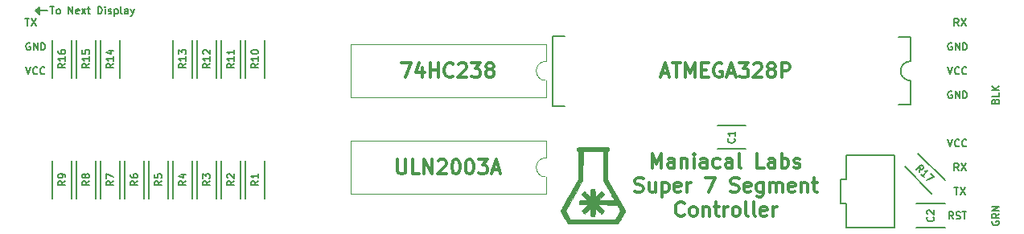
<source format=gbr>
G04 #@! TF.FileFunction,Legend,Top*
%FSLAX46Y46*%
G04 Gerber Fmt 4.6, Leading zero omitted, Abs format (unit mm)*
G04 Created by KiCad (PCBNEW 4.0.4-1.fc25-product) date Wed Feb 22 19:12:29 2017*
%MOMM*%
%LPD*%
G01*
G04 APERTURE LIST*
%ADD10C,0.100000*%
%ADD11C,0.300000*%
%ADD12C,0.200000*%
%ADD13C,0.190500*%
%ADD14C,0.152400*%
%ADD15C,0.150000*%
%ADD16C,0.120000*%
%ADD17C,0.010000*%
G04 APERTURE END LIST*
D10*
D11*
X139935001Y-61210000D02*
X140649287Y-61210000D01*
X139792144Y-61638571D02*
X140292144Y-60138571D01*
X140792144Y-61638571D01*
X141077858Y-60138571D02*
X141935001Y-60138571D01*
X141506430Y-61638571D02*
X141506430Y-60138571D01*
X142435001Y-61638571D02*
X142435001Y-60138571D01*
X142935001Y-61210000D01*
X143435001Y-60138571D01*
X143435001Y-61638571D01*
X144149287Y-60852857D02*
X144649287Y-60852857D01*
X144863573Y-61638571D02*
X144149287Y-61638571D01*
X144149287Y-60138571D01*
X144863573Y-60138571D01*
X146292144Y-60210000D02*
X146149287Y-60138571D01*
X145935001Y-60138571D01*
X145720716Y-60210000D01*
X145577858Y-60352857D01*
X145506430Y-60495714D01*
X145435001Y-60781429D01*
X145435001Y-60995714D01*
X145506430Y-61281429D01*
X145577858Y-61424286D01*
X145720716Y-61567143D01*
X145935001Y-61638571D01*
X146077858Y-61638571D01*
X146292144Y-61567143D01*
X146363573Y-61495714D01*
X146363573Y-60995714D01*
X146077858Y-60995714D01*
X146935001Y-61210000D02*
X147649287Y-61210000D01*
X146792144Y-61638571D02*
X147292144Y-60138571D01*
X147792144Y-61638571D01*
X148149287Y-60138571D02*
X149077858Y-60138571D01*
X148577858Y-60710000D01*
X148792144Y-60710000D01*
X148935001Y-60781429D01*
X149006430Y-60852857D01*
X149077858Y-60995714D01*
X149077858Y-61352857D01*
X149006430Y-61495714D01*
X148935001Y-61567143D01*
X148792144Y-61638571D01*
X148363572Y-61638571D01*
X148220715Y-61567143D01*
X148149287Y-61495714D01*
X149649286Y-60281429D02*
X149720715Y-60210000D01*
X149863572Y-60138571D01*
X150220715Y-60138571D01*
X150363572Y-60210000D01*
X150435001Y-60281429D01*
X150506429Y-60424286D01*
X150506429Y-60567143D01*
X150435001Y-60781429D01*
X149577858Y-61638571D01*
X150506429Y-61638571D01*
X151363572Y-60781429D02*
X151220714Y-60710000D01*
X151149286Y-60638571D01*
X151077857Y-60495714D01*
X151077857Y-60424286D01*
X151149286Y-60281429D01*
X151220714Y-60210000D01*
X151363572Y-60138571D01*
X151649286Y-60138571D01*
X151792143Y-60210000D01*
X151863572Y-60281429D01*
X151935000Y-60424286D01*
X151935000Y-60495714D01*
X151863572Y-60638571D01*
X151792143Y-60710000D01*
X151649286Y-60781429D01*
X151363572Y-60781429D01*
X151220714Y-60852857D01*
X151149286Y-60924286D01*
X151077857Y-61067143D01*
X151077857Y-61352857D01*
X151149286Y-61495714D01*
X151220714Y-61567143D01*
X151363572Y-61638571D01*
X151649286Y-61638571D01*
X151792143Y-61567143D01*
X151863572Y-61495714D01*
X151935000Y-61352857D01*
X151935000Y-61067143D01*
X151863572Y-60924286D01*
X151792143Y-60852857D01*
X151649286Y-60781429D01*
X152577857Y-61638571D02*
X152577857Y-60138571D01*
X153149285Y-60138571D01*
X153292143Y-60210000D01*
X153363571Y-60281429D01*
X153435000Y-60424286D01*
X153435000Y-60638571D01*
X153363571Y-60781429D01*
X153292143Y-60852857D01*
X153149285Y-60924286D01*
X152577857Y-60924286D01*
X112153572Y-70298571D02*
X112153572Y-71512857D01*
X112225000Y-71655714D01*
X112296429Y-71727143D01*
X112439286Y-71798571D01*
X112725000Y-71798571D01*
X112867858Y-71727143D01*
X112939286Y-71655714D01*
X113010715Y-71512857D01*
X113010715Y-70298571D01*
X114439287Y-71798571D02*
X113725001Y-71798571D01*
X113725001Y-70298571D01*
X114939287Y-71798571D02*
X114939287Y-70298571D01*
X115796430Y-71798571D01*
X115796430Y-70298571D01*
X116439287Y-70441429D02*
X116510716Y-70370000D01*
X116653573Y-70298571D01*
X117010716Y-70298571D01*
X117153573Y-70370000D01*
X117225002Y-70441429D01*
X117296430Y-70584286D01*
X117296430Y-70727143D01*
X117225002Y-70941429D01*
X116367859Y-71798571D01*
X117296430Y-71798571D01*
X118225001Y-70298571D02*
X118367858Y-70298571D01*
X118510715Y-70370000D01*
X118582144Y-70441429D01*
X118653573Y-70584286D01*
X118725001Y-70870000D01*
X118725001Y-71227143D01*
X118653573Y-71512857D01*
X118582144Y-71655714D01*
X118510715Y-71727143D01*
X118367858Y-71798571D01*
X118225001Y-71798571D01*
X118082144Y-71727143D01*
X118010715Y-71655714D01*
X117939287Y-71512857D01*
X117867858Y-71227143D01*
X117867858Y-70870000D01*
X117939287Y-70584286D01*
X118010715Y-70441429D01*
X118082144Y-70370000D01*
X118225001Y-70298571D01*
X119653572Y-70298571D02*
X119796429Y-70298571D01*
X119939286Y-70370000D01*
X120010715Y-70441429D01*
X120082144Y-70584286D01*
X120153572Y-70870000D01*
X120153572Y-71227143D01*
X120082144Y-71512857D01*
X120010715Y-71655714D01*
X119939286Y-71727143D01*
X119796429Y-71798571D01*
X119653572Y-71798571D01*
X119510715Y-71727143D01*
X119439286Y-71655714D01*
X119367858Y-71512857D01*
X119296429Y-71227143D01*
X119296429Y-70870000D01*
X119367858Y-70584286D01*
X119439286Y-70441429D01*
X119510715Y-70370000D01*
X119653572Y-70298571D01*
X120653572Y-70298571D02*
X121582143Y-70298571D01*
X121082143Y-70870000D01*
X121296429Y-70870000D01*
X121439286Y-70941429D01*
X121510715Y-71012857D01*
X121582143Y-71155714D01*
X121582143Y-71512857D01*
X121510715Y-71655714D01*
X121439286Y-71727143D01*
X121296429Y-71798571D01*
X120867857Y-71798571D01*
X120725000Y-71727143D01*
X120653572Y-71655714D01*
X122153571Y-71370000D02*
X122867857Y-71370000D01*
X122010714Y-71798571D02*
X122510714Y-70298571D01*
X123010714Y-71798571D01*
X112582144Y-60138571D02*
X113582144Y-60138571D01*
X112939287Y-61638571D01*
X114796429Y-60638571D02*
X114796429Y-61638571D01*
X114439286Y-60067143D02*
X114082143Y-61138571D01*
X115010715Y-61138571D01*
X115582143Y-61638571D02*
X115582143Y-60138571D01*
X115582143Y-60852857D02*
X116439286Y-60852857D01*
X116439286Y-61638571D02*
X116439286Y-60138571D01*
X118010715Y-61495714D02*
X117939286Y-61567143D01*
X117725000Y-61638571D01*
X117582143Y-61638571D01*
X117367858Y-61567143D01*
X117225000Y-61424286D01*
X117153572Y-61281429D01*
X117082143Y-60995714D01*
X117082143Y-60781429D01*
X117153572Y-60495714D01*
X117225000Y-60352857D01*
X117367858Y-60210000D01*
X117582143Y-60138571D01*
X117725000Y-60138571D01*
X117939286Y-60210000D01*
X118010715Y-60281429D01*
X118582143Y-60281429D02*
X118653572Y-60210000D01*
X118796429Y-60138571D01*
X119153572Y-60138571D01*
X119296429Y-60210000D01*
X119367858Y-60281429D01*
X119439286Y-60424286D01*
X119439286Y-60567143D01*
X119367858Y-60781429D01*
X118510715Y-61638571D01*
X119439286Y-61638571D01*
X119939286Y-60138571D02*
X120867857Y-60138571D01*
X120367857Y-60710000D01*
X120582143Y-60710000D01*
X120725000Y-60781429D01*
X120796429Y-60852857D01*
X120867857Y-60995714D01*
X120867857Y-61352857D01*
X120796429Y-61495714D01*
X120725000Y-61567143D01*
X120582143Y-61638571D01*
X120153571Y-61638571D01*
X120010714Y-61567143D01*
X119939286Y-61495714D01*
X121725000Y-60781429D02*
X121582142Y-60710000D01*
X121510714Y-60638571D01*
X121439285Y-60495714D01*
X121439285Y-60424286D01*
X121510714Y-60281429D01*
X121582142Y-60210000D01*
X121725000Y-60138571D01*
X122010714Y-60138571D01*
X122153571Y-60210000D01*
X122225000Y-60281429D01*
X122296428Y-60424286D01*
X122296428Y-60495714D01*
X122225000Y-60638571D01*
X122153571Y-60710000D01*
X122010714Y-60781429D01*
X121725000Y-60781429D01*
X121582142Y-60852857D01*
X121510714Y-60924286D01*
X121439285Y-61067143D01*
X121439285Y-61352857D01*
X121510714Y-61495714D01*
X121582142Y-61567143D01*
X121725000Y-61638571D01*
X122010714Y-61638571D01*
X122153571Y-61567143D01*
X122225000Y-61495714D01*
X122296428Y-61352857D01*
X122296428Y-61067143D01*
X122225000Y-60924286D01*
X122153571Y-60852857D01*
X122010714Y-60781429D01*
D12*
X74295000Y-54483000D02*
X74295000Y-54864000D01*
X74422000Y-54483000D02*
X74295000Y-54483000D01*
X74295000Y-54483000D02*
X74422000Y-54483000D01*
X74422000Y-54991000D02*
X74422000Y-54483000D01*
X74041000Y-54610000D02*
X74422000Y-54991000D01*
X74422000Y-54229000D02*
X74422000Y-54864000D01*
X74041000Y-54610000D02*
X74422000Y-54229000D01*
X75311000Y-54610000D02*
X74041000Y-54610000D01*
D13*
X75565000Y-54192714D02*
X76000429Y-54192714D01*
X75782715Y-54954714D02*
X75782715Y-54192714D01*
X76363286Y-54954714D02*
X76290714Y-54918429D01*
X76254429Y-54882143D01*
X76218143Y-54809571D01*
X76218143Y-54591857D01*
X76254429Y-54519286D01*
X76290714Y-54483000D01*
X76363286Y-54446714D01*
X76472143Y-54446714D01*
X76544714Y-54483000D01*
X76581000Y-54519286D01*
X76617286Y-54591857D01*
X76617286Y-54809571D01*
X76581000Y-54882143D01*
X76544714Y-54918429D01*
X76472143Y-54954714D01*
X76363286Y-54954714D01*
X77524429Y-54954714D02*
X77524429Y-54192714D01*
X77959857Y-54954714D01*
X77959857Y-54192714D01*
X78613000Y-54918429D02*
X78540429Y-54954714D01*
X78395286Y-54954714D01*
X78322715Y-54918429D01*
X78286429Y-54845857D01*
X78286429Y-54555571D01*
X78322715Y-54483000D01*
X78395286Y-54446714D01*
X78540429Y-54446714D01*
X78613000Y-54483000D01*
X78649286Y-54555571D01*
X78649286Y-54628143D01*
X78286429Y-54700714D01*
X78903286Y-54954714D02*
X79302429Y-54446714D01*
X78903286Y-54446714D02*
X79302429Y-54954714D01*
X79483857Y-54446714D02*
X79774143Y-54446714D01*
X79592715Y-54192714D02*
X79592715Y-54845857D01*
X79629000Y-54918429D01*
X79701572Y-54954714D01*
X79774143Y-54954714D01*
X80608715Y-54954714D02*
X80608715Y-54192714D01*
X80790143Y-54192714D01*
X80899000Y-54229000D01*
X80971572Y-54301571D01*
X81007857Y-54374143D01*
X81044143Y-54519286D01*
X81044143Y-54628143D01*
X81007857Y-54773286D01*
X80971572Y-54845857D01*
X80899000Y-54918429D01*
X80790143Y-54954714D01*
X80608715Y-54954714D01*
X81370715Y-54954714D02*
X81370715Y-54446714D01*
X81370715Y-54192714D02*
X81334429Y-54229000D01*
X81370715Y-54265286D01*
X81407000Y-54229000D01*
X81370715Y-54192714D01*
X81370715Y-54265286D01*
X81697286Y-54918429D02*
X81769857Y-54954714D01*
X81915000Y-54954714D01*
X81987572Y-54918429D01*
X82023857Y-54845857D01*
X82023857Y-54809571D01*
X81987572Y-54737000D01*
X81915000Y-54700714D01*
X81806143Y-54700714D01*
X81733572Y-54664429D01*
X81697286Y-54591857D01*
X81697286Y-54555571D01*
X81733572Y-54483000D01*
X81806143Y-54446714D01*
X81915000Y-54446714D01*
X81987572Y-54483000D01*
X82350429Y-54446714D02*
X82350429Y-55208714D01*
X82350429Y-54483000D02*
X82423000Y-54446714D01*
X82568143Y-54446714D01*
X82640714Y-54483000D01*
X82677000Y-54519286D01*
X82713286Y-54591857D01*
X82713286Y-54809571D01*
X82677000Y-54882143D01*
X82640714Y-54918429D01*
X82568143Y-54954714D01*
X82423000Y-54954714D01*
X82350429Y-54918429D01*
X83148715Y-54954714D02*
X83076143Y-54918429D01*
X83039858Y-54845857D01*
X83039858Y-54192714D01*
X83765572Y-54954714D02*
X83765572Y-54555571D01*
X83729286Y-54483000D01*
X83656715Y-54446714D01*
X83511572Y-54446714D01*
X83439001Y-54483000D01*
X83765572Y-54918429D02*
X83693001Y-54954714D01*
X83511572Y-54954714D01*
X83439001Y-54918429D01*
X83402715Y-54845857D01*
X83402715Y-54773286D01*
X83439001Y-54700714D01*
X83511572Y-54664429D01*
X83693001Y-54664429D01*
X83765572Y-54628143D01*
X84055858Y-54446714D02*
X84237287Y-54954714D01*
X84418715Y-54446714D02*
X84237287Y-54954714D01*
X84164715Y-55136143D01*
X84128430Y-55172429D01*
X84055858Y-55208714D01*
D11*
X138935000Y-71153571D02*
X138935000Y-69653571D01*
X139435000Y-70725000D01*
X139935000Y-69653571D01*
X139935000Y-71153571D01*
X141292143Y-71153571D02*
X141292143Y-70367857D01*
X141220714Y-70225000D01*
X141077857Y-70153571D01*
X140792143Y-70153571D01*
X140649286Y-70225000D01*
X141292143Y-71082143D02*
X141149286Y-71153571D01*
X140792143Y-71153571D01*
X140649286Y-71082143D01*
X140577857Y-70939286D01*
X140577857Y-70796429D01*
X140649286Y-70653571D01*
X140792143Y-70582143D01*
X141149286Y-70582143D01*
X141292143Y-70510714D01*
X142006429Y-70153571D02*
X142006429Y-71153571D01*
X142006429Y-70296429D02*
X142077857Y-70225000D01*
X142220715Y-70153571D01*
X142435000Y-70153571D01*
X142577857Y-70225000D01*
X142649286Y-70367857D01*
X142649286Y-71153571D01*
X143363572Y-71153571D02*
X143363572Y-70153571D01*
X143363572Y-69653571D02*
X143292143Y-69725000D01*
X143363572Y-69796429D01*
X143435000Y-69725000D01*
X143363572Y-69653571D01*
X143363572Y-69796429D01*
X144720715Y-71153571D02*
X144720715Y-70367857D01*
X144649286Y-70225000D01*
X144506429Y-70153571D01*
X144220715Y-70153571D01*
X144077858Y-70225000D01*
X144720715Y-71082143D02*
X144577858Y-71153571D01*
X144220715Y-71153571D01*
X144077858Y-71082143D01*
X144006429Y-70939286D01*
X144006429Y-70796429D01*
X144077858Y-70653571D01*
X144220715Y-70582143D01*
X144577858Y-70582143D01*
X144720715Y-70510714D01*
X146077858Y-71082143D02*
X145935001Y-71153571D01*
X145649287Y-71153571D01*
X145506429Y-71082143D01*
X145435001Y-71010714D01*
X145363572Y-70867857D01*
X145363572Y-70439286D01*
X145435001Y-70296429D01*
X145506429Y-70225000D01*
X145649287Y-70153571D01*
X145935001Y-70153571D01*
X146077858Y-70225000D01*
X147363572Y-71153571D02*
X147363572Y-70367857D01*
X147292143Y-70225000D01*
X147149286Y-70153571D01*
X146863572Y-70153571D01*
X146720715Y-70225000D01*
X147363572Y-71082143D02*
X147220715Y-71153571D01*
X146863572Y-71153571D01*
X146720715Y-71082143D01*
X146649286Y-70939286D01*
X146649286Y-70796429D01*
X146720715Y-70653571D01*
X146863572Y-70582143D01*
X147220715Y-70582143D01*
X147363572Y-70510714D01*
X148292144Y-71153571D02*
X148149286Y-71082143D01*
X148077858Y-70939286D01*
X148077858Y-69653571D01*
X150720715Y-71153571D02*
X150006429Y-71153571D01*
X150006429Y-69653571D01*
X151863572Y-71153571D02*
X151863572Y-70367857D01*
X151792143Y-70225000D01*
X151649286Y-70153571D01*
X151363572Y-70153571D01*
X151220715Y-70225000D01*
X151863572Y-71082143D02*
X151720715Y-71153571D01*
X151363572Y-71153571D01*
X151220715Y-71082143D01*
X151149286Y-70939286D01*
X151149286Y-70796429D01*
X151220715Y-70653571D01*
X151363572Y-70582143D01*
X151720715Y-70582143D01*
X151863572Y-70510714D01*
X152577858Y-71153571D02*
X152577858Y-69653571D01*
X152577858Y-70225000D02*
X152720715Y-70153571D01*
X153006429Y-70153571D01*
X153149286Y-70225000D01*
X153220715Y-70296429D01*
X153292144Y-70439286D01*
X153292144Y-70867857D01*
X153220715Y-71010714D01*
X153149286Y-71082143D01*
X153006429Y-71153571D01*
X152720715Y-71153571D01*
X152577858Y-71082143D01*
X153863572Y-71082143D02*
X154006429Y-71153571D01*
X154292144Y-71153571D01*
X154435001Y-71082143D01*
X154506429Y-70939286D01*
X154506429Y-70867857D01*
X154435001Y-70725000D01*
X154292144Y-70653571D01*
X154077858Y-70653571D01*
X153935001Y-70582143D01*
X153863572Y-70439286D01*
X153863572Y-70367857D01*
X153935001Y-70225000D01*
X154077858Y-70153571D01*
X154292144Y-70153571D01*
X154435001Y-70225000D01*
X137149287Y-73632143D02*
X137363573Y-73703571D01*
X137720716Y-73703571D01*
X137863573Y-73632143D01*
X137935002Y-73560714D01*
X138006430Y-73417857D01*
X138006430Y-73275000D01*
X137935002Y-73132143D01*
X137863573Y-73060714D01*
X137720716Y-72989286D01*
X137435002Y-72917857D01*
X137292144Y-72846429D01*
X137220716Y-72775000D01*
X137149287Y-72632143D01*
X137149287Y-72489286D01*
X137220716Y-72346429D01*
X137292144Y-72275000D01*
X137435002Y-72203571D01*
X137792144Y-72203571D01*
X138006430Y-72275000D01*
X139292144Y-72703571D02*
X139292144Y-73703571D01*
X138649287Y-72703571D02*
X138649287Y-73489286D01*
X138720715Y-73632143D01*
X138863573Y-73703571D01*
X139077858Y-73703571D01*
X139220715Y-73632143D01*
X139292144Y-73560714D01*
X140006430Y-72703571D02*
X140006430Y-74203571D01*
X140006430Y-72775000D02*
X140149287Y-72703571D01*
X140435001Y-72703571D01*
X140577858Y-72775000D01*
X140649287Y-72846429D01*
X140720716Y-72989286D01*
X140720716Y-73417857D01*
X140649287Y-73560714D01*
X140577858Y-73632143D01*
X140435001Y-73703571D01*
X140149287Y-73703571D01*
X140006430Y-73632143D01*
X141935001Y-73632143D02*
X141792144Y-73703571D01*
X141506430Y-73703571D01*
X141363573Y-73632143D01*
X141292144Y-73489286D01*
X141292144Y-72917857D01*
X141363573Y-72775000D01*
X141506430Y-72703571D01*
X141792144Y-72703571D01*
X141935001Y-72775000D01*
X142006430Y-72917857D01*
X142006430Y-73060714D01*
X141292144Y-73203571D01*
X142649287Y-73703571D02*
X142649287Y-72703571D01*
X142649287Y-72989286D02*
X142720715Y-72846429D01*
X142792144Y-72775000D01*
X142935001Y-72703571D01*
X143077858Y-72703571D01*
X144577858Y-72203571D02*
X145577858Y-72203571D01*
X144935001Y-73703571D01*
X147220714Y-73632143D02*
X147435000Y-73703571D01*
X147792143Y-73703571D01*
X147935000Y-73632143D01*
X148006429Y-73560714D01*
X148077857Y-73417857D01*
X148077857Y-73275000D01*
X148006429Y-73132143D01*
X147935000Y-73060714D01*
X147792143Y-72989286D01*
X147506429Y-72917857D01*
X147363571Y-72846429D01*
X147292143Y-72775000D01*
X147220714Y-72632143D01*
X147220714Y-72489286D01*
X147292143Y-72346429D01*
X147363571Y-72275000D01*
X147506429Y-72203571D01*
X147863571Y-72203571D01*
X148077857Y-72275000D01*
X149292142Y-73632143D02*
X149149285Y-73703571D01*
X148863571Y-73703571D01*
X148720714Y-73632143D01*
X148649285Y-73489286D01*
X148649285Y-72917857D01*
X148720714Y-72775000D01*
X148863571Y-72703571D01*
X149149285Y-72703571D01*
X149292142Y-72775000D01*
X149363571Y-72917857D01*
X149363571Y-73060714D01*
X148649285Y-73203571D01*
X150649285Y-72703571D02*
X150649285Y-73917857D01*
X150577856Y-74060714D01*
X150506428Y-74132143D01*
X150363571Y-74203571D01*
X150149285Y-74203571D01*
X150006428Y-74132143D01*
X150649285Y-73632143D02*
X150506428Y-73703571D01*
X150220714Y-73703571D01*
X150077856Y-73632143D01*
X150006428Y-73560714D01*
X149934999Y-73417857D01*
X149934999Y-72989286D01*
X150006428Y-72846429D01*
X150077856Y-72775000D01*
X150220714Y-72703571D01*
X150506428Y-72703571D01*
X150649285Y-72775000D01*
X151363571Y-73703571D02*
X151363571Y-72703571D01*
X151363571Y-72846429D02*
X151434999Y-72775000D01*
X151577857Y-72703571D01*
X151792142Y-72703571D01*
X151934999Y-72775000D01*
X152006428Y-72917857D01*
X152006428Y-73703571D01*
X152006428Y-72917857D02*
X152077857Y-72775000D01*
X152220714Y-72703571D01*
X152434999Y-72703571D01*
X152577857Y-72775000D01*
X152649285Y-72917857D01*
X152649285Y-73703571D01*
X153934999Y-73632143D02*
X153792142Y-73703571D01*
X153506428Y-73703571D01*
X153363571Y-73632143D01*
X153292142Y-73489286D01*
X153292142Y-72917857D01*
X153363571Y-72775000D01*
X153506428Y-72703571D01*
X153792142Y-72703571D01*
X153934999Y-72775000D01*
X154006428Y-72917857D01*
X154006428Y-73060714D01*
X153292142Y-73203571D01*
X154649285Y-72703571D02*
X154649285Y-73703571D01*
X154649285Y-72846429D02*
X154720713Y-72775000D01*
X154863571Y-72703571D01*
X155077856Y-72703571D01*
X155220713Y-72775000D01*
X155292142Y-72917857D01*
X155292142Y-73703571D01*
X155792142Y-72703571D02*
X156363571Y-72703571D01*
X156006428Y-72203571D02*
X156006428Y-73489286D01*
X156077856Y-73632143D01*
X156220714Y-73703571D01*
X156363571Y-73703571D01*
X142327858Y-76110714D02*
X142256429Y-76182143D01*
X142042143Y-76253571D01*
X141899286Y-76253571D01*
X141685001Y-76182143D01*
X141542143Y-76039286D01*
X141470715Y-75896429D01*
X141399286Y-75610714D01*
X141399286Y-75396429D01*
X141470715Y-75110714D01*
X141542143Y-74967857D01*
X141685001Y-74825000D01*
X141899286Y-74753571D01*
X142042143Y-74753571D01*
X142256429Y-74825000D01*
X142327858Y-74896429D01*
X143185001Y-76253571D02*
X143042143Y-76182143D01*
X142970715Y-76110714D01*
X142899286Y-75967857D01*
X142899286Y-75539286D01*
X142970715Y-75396429D01*
X143042143Y-75325000D01*
X143185001Y-75253571D01*
X143399286Y-75253571D01*
X143542143Y-75325000D01*
X143613572Y-75396429D01*
X143685001Y-75539286D01*
X143685001Y-75967857D01*
X143613572Y-76110714D01*
X143542143Y-76182143D01*
X143399286Y-76253571D01*
X143185001Y-76253571D01*
X144327858Y-75253571D02*
X144327858Y-76253571D01*
X144327858Y-75396429D02*
X144399286Y-75325000D01*
X144542144Y-75253571D01*
X144756429Y-75253571D01*
X144899286Y-75325000D01*
X144970715Y-75467857D01*
X144970715Y-76253571D01*
X145470715Y-75253571D02*
X146042144Y-75253571D01*
X145685001Y-74753571D02*
X145685001Y-76039286D01*
X145756429Y-76182143D01*
X145899287Y-76253571D01*
X146042144Y-76253571D01*
X146542144Y-76253571D02*
X146542144Y-75253571D01*
X146542144Y-75539286D02*
X146613572Y-75396429D01*
X146685001Y-75325000D01*
X146827858Y-75253571D01*
X146970715Y-75253571D01*
X147685001Y-76253571D02*
X147542143Y-76182143D01*
X147470715Y-76110714D01*
X147399286Y-75967857D01*
X147399286Y-75539286D01*
X147470715Y-75396429D01*
X147542143Y-75325000D01*
X147685001Y-75253571D01*
X147899286Y-75253571D01*
X148042143Y-75325000D01*
X148113572Y-75396429D01*
X148185001Y-75539286D01*
X148185001Y-75967857D01*
X148113572Y-76110714D01*
X148042143Y-76182143D01*
X147899286Y-76253571D01*
X147685001Y-76253571D01*
X149042144Y-76253571D02*
X148899286Y-76182143D01*
X148827858Y-76039286D01*
X148827858Y-74753571D01*
X149827858Y-76253571D02*
X149685000Y-76182143D01*
X149613572Y-76039286D01*
X149613572Y-74753571D01*
X150970714Y-76182143D02*
X150827857Y-76253571D01*
X150542143Y-76253571D01*
X150399286Y-76182143D01*
X150327857Y-76039286D01*
X150327857Y-75467857D01*
X150399286Y-75325000D01*
X150542143Y-75253571D01*
X150827857Y-75253571D01*
X150970714Y-75325000D01*
X151042143Y-75467857D01*
X151042143Y-75610714D01*
X150327857Y-75753571D01*
X151685000Y-76253571D02*
X151685000Y-75253571D01*
X151685000Y-75539286D02*
X151756428Y-75396429D01*
X151827857Y-75325000D01*
X151970714Y-75253571D01*
X152113571Y-75253571D01*
D14*
X73025000Y-60542714D02*
X73279000Y-61304714D01*
X73533000Y-60542714D01*
X74222429Y-61232143D02*
X74186143Y-61268429D01*
X74077286Y-61304714D01*
X74004715Y-61304714D01*
X73895858Y-61268429D01*
X73823286Y-61195857D01*
X73787001Y-61123286D01*
X73750715Y-60978143D01*
X73750715Y-60869286D01*
X73787001Y-60724143D01*
X73823286Y-60651571D01*
X73895858Y-60579000D01*
X74004715Y-60542714D01*
X74077286Y-60542714D01*
X74186143Y-60579000D01*
X74222429Y-60615286D01*
X74984429Y-61232143D02*
X74948143Y-61268429D01*
X74839286Y-61304714D01*
X74766715Y-61304714D01*
X74657858Y-61268429D01*
X74585286Y-61195857D01*
X74549001Y-61123286D01*
X74512715Y-60978143D01*
X74512715Y-60869286D01*
X74549001Y-60724143D01*
X74585286Y-60651571D01*
X74657858Y-60579000D01*
X74766715Y-60542714D01*
X74839286Y-60542714D01*
X74948143Y-60579000D01*
X74984429Y-60615286D01*
X170053000Y-60542714D02*
X170307000Y-61304714D01*
X170561000Y-60542714D01*
X171250429Y-61232143D02*
X171214143Y-61268429D01*
X171105286Y-61304714D01*
X171032715Y-61304714D01*
X170923858Y-61268429D01*
X170851286Y-61195857D01*
X170815001Y-61123286D01*
X170778715Y-60978143D01*
X170778715Y-60869286D01*
X170815001Y-60724143D01*
X170851286Y-60651571D01*
X170923858Y-60579000D01*
X171032715Y-60542714D01*
X171105286Y-60542714D01*
X171214143Y-60579000D01*
X171250429Y-60615286D01*
X172012429Y-61232143D02*
X171976143Y-61268429D01*
X171867286Y-61304714D01*
X171794715Y-61304714D01*
X171685858Y-61268429D01*
X171613286Y-61195857D01*
X171577001Y-61123286D01*
X171540715Y-60978143D01*
X171540715Y-60869286D01*
X171577001Y-60724143D01*
X171613286Y-60651571D01*
X171685858Y-60579000D01*
X171794715Y-60542714D01*
X171867286Y-60542714D01*
X171976143Y-60579000D01*
X172012429Y-60615286D01*
X73460428Y-58039000D02*
X73387857Y-58002714D01*
X73279000Y-58002714D01*
X73170143Y-58039000D01*
X73097571Y-58111571D01*
X73061286Y-58184143D01*
X73025000Y-58329286D01*
X73025000Y-58438143D01*
X73061286Y-58583286D01*
X73097571Y-58655857D01*
X73170143Y-58728429D01*
X73279000Y-58764714D01*
X73351571Y-58764714D01*
X73460428Y-58728429D01*
X73496714Y-58692143D01*
X73496714Y-58438143D01*
X73351571Y-58438143D01*
X73823286Y-58764714D02*
X73823286Y-58002714D01*
X74258714Y-58764714D01*
X74258714Y-58002714D01*
X74621572Y-58764714D02*
X74621572Y-58002714D01*
X74803000Y-58002714D01*
X74911857Y-58039000D01*
X74984429Y-58111571D01*
X75020714Y-58184143D01*
X75057000Y-58329286D01*
X75057000Y-58438143D01*
X75020714Y-58583286D01*
X74984429Y-58655857D01*
X74911857Y-58728429D01*
X74803000Y-58764714D01*
X74621572Y-58764714D01*
X72952429Y-55462714D02*
X73387858Y-55462714D01*
X73170144Y-56224714D02*
X73170144Y-55462714D01*
X73569286Y-55462714D02*
X74077286Y-56224714D01*
X74077286Y-55462714D02*
X73569286Y-56224714D01*
X174752000Y-76780572D02*
X174715714Y-76853143D01*
X174715714Y-76962000D01*
X174752000Y-77070857D01*
X174824571Y-77143429D01*
X174897143Y-77179714D01*
X175042286Y-77216000D01*
X175151143Y-77216000D01*
X175296286Y-77179714D01*
X175368857Y-77143429D01*
X175441429Y-77070857D01*
X175477714Y-76962000D01*
X175477714Y-76889429D01*
X175441429Y-76780572D01*
X175405143Y-76744286D01*
X175151143Y-76744286D01*
X175151143Y-76889429D01*
X175477714Y-75982286D02*
X175114857Y-76236286D01*
X175477714Y-76417714D02*
X174715714Y-76417714D01*
X174715714Y-76127429D01*
X174752000Y-76054857D01*
X174788286Y-76018572D01*
X174860857Y-75982286D01*
X174969714Y-75982286D01*
X175042286Y-76018572D01*
X175078571Y-76054857D01*
X175114857Y-76127429D01*
X175114857Y-76417714D01*
X175477714Y-75655714D02*
X174715714Y-75655714D01*
X175477714Y-75220286D01*
X174715714Y-75220286D01*
X175078571Y-64134999D02*
X175114857Y-64026142D01*
X175151143Y-63989857D01*
X175223714Y-63953571D01*
X175332571Y-63953571D01*
X175405143Y-63989857D01*
X175441429Y-64026142D01*
X175477714Y-64098714D01*
X175477714Y-64388999D01*
X174715714Y-64388999D01*
X174715714Y-64134999D01*
X174752000Y-64062428D01*
X174788286Y-64026142D01*
X174860857Y-63989857D01*
X174933429Y-63989857D01*
X175006000Y-64026142D01*
X175042286Y-64062428D01*
X175078571Y-64134999D01*
X175078571Y-64388999D01*
X175477714Y-63264142D02*
X175477714Y-63626999D01*
X174715714Y-63626999D01*
X175477714Y-63010142D02*
X174715714Y-63010142D01*
X175477714Y-62574714D02*
X175042286Y-62901285D01*
X174715714Y-62574714D02*
X175151143Y-63010142D01*
X171196000Y-56224714D02*
X170942000Y-55861857D01*
X170760572Y-56224714D02*
X170760572Y-55462714D01*
X171050857Y-55462714D01*
X171123429Y-55499000D01*
X171159714Y-55535286D01*
X171196000Y-55607857D01*
X171196000Y-55716714D01*
X171159714Y-55789286D01*
X171123429Y-55825571D01*
X171050857Y-55861857D01*
X170760572Y-55861857D01*
X171450000Y-55462714D02*
X171958000Y-56224714D01*
X171958000Y-55462714D02*
X171450000Y-56224714D01*
X170488428Y-58039000D02*
X170415857Y-58002714D01*
X170307000Y-58002714D01*
X170198143Y-58039000D01*
X170125571Y-58111571D01*
X170089286Y-58184143D01*
X170053000Y-58329286D01*
X170053000Y-58438143D01*
X170089286Y-58583286D01*
X170125571Y-58655857D01*
X170198143Y-58728429D01*
X170307000Y-58764714D01*
X170379571Y-58764714D01*
X170488428Y-58728429D01*
X170524714Y-58692143D01*
X170524714Y-58438143D01*
X170379571Y-58438143D01*
X170851286Y-58764714D02*
X170851286Y-58002714D01*
X171286714Y-58764714D01*
X171286714Y-58002714D01*
X171649572Y-58764714D02*
X171649572Y-58002714D01*
X171831000Y-58002714D01*
X171939857Y-58039000D01*
X172012429Y-58111571D01*
X172048714Y-58184143D01*
X172085000Y-58329286D01*
X172085000Y-58438143D01*
X172048714Y-58583286D01*
X172012429Y-58655857D01*
X171939857Y-58728429D01*
X171831000Y-58764714D01*
X171649572Y-58764714D01*
X170488428Y-63119000D02*
X170415857Y-63082714D01*
X170307000Y-63082714D01*
X170198143Y-63119000D01*
X170125571Y-63191571D01*
X170089286Y-63264143D01*
X170053000Y-63409286D01*
X170053000Y-63518143D01*
X170089286Y-63663286D01*
X170125571Y-63735857D01*
X170198143Y-63808429D01*
X170307000Y-63844714D01*
X170379571Y-63844714D01*
X170488428Y-63808429D01*
X170524714Y-63772143D01*
X170524714Y-63518143D01*
X170379571Y-63518143D01*
X170851286Y-63844714D02*
X170851286Y-63082714D01*
X171286714Y-63844714D01*
X171286714Y-63082714D01*
X171649572Y-63844714D02*
X171649572Y-63082714D01*
X171831000Y-63082714D01*
X171939857Y-63119000D01*
X172012429Y-63191571D01*
X172048714Y-63264143D01*
X172085000Y-63409286D01*
X172085000Y-63518143D01*
X172048714Y-63663286D01*
X172012429Y-63735857D01*
X171939857Y-63808429D01*
X171831000Y-63844714D01*
X171649572Y-63844714D01*
X170053000Y-68162714D02*
X170307000Y-68924714D01*
X170561000Y-68162714D01*
X171250429Y-68852143D02*
X171214143Y-68888429D01*
X171105286Y-68924714D01*
X171032715Y-68924714D01*
X170923858Y-68888429D01*
X170851286Y-68815857D01*
X170815001Y-68743286D01*
X170778715Y-68598143D01*
X170778715Y-68489286D01*
X170815001Y-68344143D01*
X170851286Y-68271571D01*
X170923858Y-68199000D01*
X171032715Y-68162714D01*
X171105286Y-68162714D01*
X171214143Y-68199000D01*
X171250429Y-68235286D01*
X172012429Y-68852143D02*
X171976143Y-68888429D01*
X171867286Y-68924714D01*
X171794715Y-68924714D01*
X171685858Y-68888429D01*
X171613286Y-68815857D01*
X171577001Y-68743286D01*
X171540715Y-68598143D01*
X171540715Y-68489286D01*
X171577001Y-68344143D01*
X171613286Y-68271571D01*
X171685858Y-68199000D01*
X171794715Y-68162714D01*
X171867286Y-68162714D01*
X171976143Y-68199000D01*
X172012429Y-68235286D01*
X171196000Y-71464714D02*
X170942000Y-71101857D01*
X170760572Y-71464714D02*
X170760572Y-70702714D01*
X171050857Y-70702714D01*
X171123429Y-70739000D01*
X171159714Y-70775286D01*
X171196000Y-70847857D01*
X171196000Y-70956714D01*
X171159714Y-71029286D01*
X171123429Y-71065571D01*
X171050857Y-71101857D01*
X170760572Y-71101857D01*
X171450000Y-70702714D02*
X171958000Y-71464714D01*
X171958000Y-70702714D02*
X171450000Y-71464714D01*
X170742429Y-73242714D02*
X171177858Y-73242714D01*
X170960144Y-74004714D02*
X170960144Y-73242714D01*
X171359286Y-73242714D02*
X171867286Y-74004714D01*
X171867286Y-73242714D02*
X171359286Y-74004714D01*
X170651715Y-76544714D02*
X170397715Y-76181857D01*
X170216287Y-76544714D02*
X170216287Y-75782714D01*
X170506572Y-75782714D01*
X170579144Y-75819000D01*
X170615429Y-75855286D01*
X170651715Y-75927857D01*
X170651715Y-76036714D01*
X170615429Y-76109286D01*
X170579144Y-76145571D01*
X170506572Y-76181857D01*
X170216287Y-76181857D01*
X170942001Y-76508429D02*
X171050858Y-76544714D01*
X171232287Y-76544714D01*
X171304858Y-76508429D01*
X171341144Y-76472143D01*
X171377429Y-76399571D01*
X171377429Y-76327000D01*
X171341144Y-76254429D01*
X171304858Y-76218143D01*
X171232287Y-76181857D01*
X171087144Y-76145571D01*
X171014572Y-76109286D01*
X170978287Y-76073000D01*
X170942001Y-76000429D01*
X170942001Y-75927857D01*
X170978287Y-75855286D01*
X171014572Y-75819000D01*
X171087144Y-75782714D01*
X171268572Y-75782714D01*
X171377429Y-75819000D01*
X171595143Y-75782714D02*
X172030572Y-75782714D01*
X171812858Y-76544714D02*
X171812858Y-75782714D01*
D15*
X145800000Y-66695000D02*
X148800000Y-66695000D01*
X148800000Y-69195000D02*
X145800000Y-69195000D01*
X166116000Y-64516000D02*
X164846000Y-64516000D01*
X166116000Y-57404000D02*
X164846000Y-57404000D01*
X166116000Y-61976000D02*
X166116000Y-64516000D01*
X166116000Y-59944000D02*
X166116000Y-57404000D01*
X165100000Y-60960000D02*
G75*
G03X166116000Y-61976000I1016000J0D01*
G01*
X166116000Y-59944000D02*
G75*
G03X165100000Y-60960000I0J-1016000D01*
G01*
X128515000Y-64635000D02*
X129785000Y-64635000D01*
X128515000Y-57285000D02*
X129785000Y-57285000D01*
X128515000Y-57285000D02*
X128515000Y-64635000D01*
X166755000Y-74950000D02*
X169755000Y-74950000D01*
X169755000Y-77450000D02*
X166755000Y-77450000D01*
X159385000Y-72390000D02*
X158750000Y-72390000D01*
X158750000Y-72390000D02*
X158750000Y-74930000D01*
X158750000Y-74930000D02*
X159385000Y-74930000D01*
X159385000Y-74930000D02*
X159385000Y-77470000D01*
X164465000Y-72390000D02*
X164465000Y-69850000D01*
X164465000Y-69850000D02*
X161925000Y-69850000D01*
X164465000Y-77470000D02*
X164465000Y-72390000D01*
X164465000Y-77470000D02*
X159385000Y-77470000D01*
X159385000Y-69850000D02*
X161925000Y-69850000D01*
X159385000Y-72390000D02*
X159385000Y-69850000D01*
X98155000Y-74390000D02*
X98155000Y-70390000D01*
X96155000Y-74390000D02*
X96155000Y-70390000D01*
X95615000Y-74390000D02*
X95615000Y-70390000D01*
X93615000Y-74390000D02*
X93615000Y-70390000D01*
X93075000Y-74390000D02*
X93075000Y-70390000D01*
X91075000Y-74390000D02*
X91075000Y-70390000D01*
X90535000Y-74390000D02*
X90535000Y-70390000D01*
X88535000Y-74390000D02*
X88535000Y-70390000D01*
X87995000Y-74390000D02*
X87995000Y-70390000D01*
X85995000Y-74390000D02*
X85995000Y-70390000D01*
X85455000Y-74390000D02*
X85455000Y-70390000D01*
X83455000Y-74390000D02*
X83455000Y-70390000D01*
X82915000Y-74390000D02*
X82915000Y-70390000D01*
X80915000Y-74390000D02*
X80915000Y-70390000D01*
X80375000Y-74390000D02*
X80375000Y-70390000D01*
X78375000Y-74390000D02*
X78375000Y-70390000D01*
X77835000Y-74390000D02*
X77835000Y-70390000D01*
X75835000Y-74390000D02*
X75835000Y-70390000D01*
X96155000Y-57690000D02*
X96155000Y-61690000D01*
X98155000Y-57690000D02*
X98155000Y-61690000D01*
X93615000Y-57690000D02*
X93615000Y-61690000D01*
X95615000Y-57690000D02*
X95615000Y-61690000D01*
X91075000Y-57690000D02*
X91075000Y-61690000D01*
X93075000Y-57690000D02*
X93075000Y-61690000D01*
X88535000Y-57690000D02*
X88535000Y-61690000D01*
X90535000Y-57690000D02*
X90535000Y-61690000D01*
X80915000Y-57690000D02*
X80915000Y-61690000D01*
X82915000Y-57690000D02*
X82915000Y-61690000D01*
X78375000Y-57690000D02*
X78375000Y-61690000D01*
X80375000Y-57690000D02*
X80375000Y-61690000D01*
X75835000Y-57690000D02*
X75835000Y-61690000D01*
X77835000Y-57690000D02*
X77835000Y-61690000D01*
X165518680Y-71047893D02*
X168347107Y-73876320D01*
X166932893Y-69633680D02*
X169761320Y-72462107D01*
D16*
X127755000Y-61960000D02*
G75*
G02X127755000Y-59960000I0J1000000D01*
G01*
X127755000Y-59960000D02*
X127755000Y-58190000D01*
X127755000Y-58190000D02*
X107195000Y-58190000D01*
X107195000Y-58190000D02*
X107195000Y-63730000D01*
X107195000Y-63730000D02*
X127755000Y-63730000D01*
X127755000Y-63730000D02*
X127755000Y-61960000D01*
X127755000Y-72120000D02*
G75*
G02X127755000Y-70120000I0J1000000D01*
G01*
X127755000Y-70120000D02*
X127755000Y-68350000D01*
X127755000Y-68350000D02*
X107195000Y-68350000D01*
X107195000Y-68350000D02*
X107195000Y-73890000D01*
X107195000Y-73890000D02*
X127755000Y-73890000D01*
X127755000Y-73890000D02*
X127755000Y-72120000D01*
D17*
G36*
X132995132Y-68960141D02*
X133184330Y-68960704D01*
X133366803Y-68961553D01*
X133539802Y-68962693D01*
X133700580Y-68964121D01*
X133846388Y-68965837D01*
X133974478Y-68967843D01*
X134082101Y-68970137D01*
X134166511Y-68972719D01*
X134224958Y-68975591D01*
X134254694Y-68978751D01*
X134256045Y-68979101D01*
X134329650Y-69014801D01*
X134383272Y-69067954D01*
X134416256Y-69132582D01*
X134427948Y-69202706D01*
X134417692Y-69272346D01*
X134384833Y-69335525D01*
X134328717Y-69386264D01*
X134302218Y-69400553D01*
X134239819Y-69429312D01*
X134239409Y-70911141D01*
X134239000Y-72392969D01*
X134666194Y-73133641D01*
X134756737Y-73290615D01*
X134859897Y-73469444D01*
X134972416Y-73664483D01*
X135091038Y-73870090D01*
X135212507Y-74080620D01*
X135333568Y-74290429D01*
X135450963Y-74493874D01*
X135561437Y-74685312D01*
X135610756Y-74770770D01*
X135699967Y-74925722D01*
X135784309Y-75072946D01*
X135862458Y-75210082D01*
X135933089Y-75334771D01*
X135994877Y-75444652D01*
X136046497Y-75537365D01*
X136086624Y-75610552D01*
X136113934Y-75661852D01*
X136127102Y-75688905D01*
X136128125Y-75692254D01*
X136120259Y-75712854D01*
X136097954Y-75757330D01*
X136063145Y-75822359D01*
X136017767Y-75904615D01*
X135963756Y-76000774D01*
X135903047Y-76107511D01*
X135837577Y-76221503D01*
X135769279Y-76339423D01*
X135700091Y-76457948D01*
X135631948Y-76573754D01*
X135566784Y-76683515D01*
X135506537Y-76783906D01*
X135453141Y-76871605D01*
X135408532Y-76943285D01*
X135374645Y-76995622D01*
X135353416Y-77025292D01*
X135349599Y-77029468D01*
X135302124Y-77073125D01*
X130127875Y-77073125D01*
X130080400Y-77029468D01*
X130063606Y-77007746D01*
X130033539Y-76962288D01*
X129992134Y-76896420D01*
X129941325Y-76813466D01*
X129883050Y-76716753D01*
X129819242Y-76609605D01*
X129751838Y-76495346D01*
X129682772Y-76377303D01*
X129613981Y-76258800D01*
X129547400Y-76143163D01*
X129484963Y-76033717D01*
X129428608Y-75933786D01*
X129380267Y-75846695D01*
X129341879Y-75775771D01*
X129315377Y-75724338D01*
X129302697Y-75695720D01*
X129301874Y-75691933D01*
X129308139Y-75676738D01*
X129806817Y-75676738D01*
X130081508Y-76152681D01*
X130356198Y-76628625D01*
X135073654Y-76628625D01*
X135348694Y-76151873D01*
X135623735Y-75675121D01*
X135515627Y-75489091D01*
X135467108Y-75405084D01*
X135416391Y-75316405D01*
X135369699Y-75233982D01*
X135335228Y-75172315D01*
X135262937Y-75041567D01*
X133247125Y-75041125D01*
X133542748Y-75338781D01*
X133622725Y-75419852D01*
X133695741Y-75494905D01*
X133758638Y-75560609D01*
X133808257Y-75613634D01*
X133841440Y-75650650D01*
X133854732Y-75667697D01*
X133862043Y-75705230D01*
X133849704Y-75740316D01*
X133824692Y-75776070D01*
X133784306Y-75820828D01*
X133735048Y-75868770D01*
X133683420Y-75914074D01*
X133635926Y-75950919D01*
X133599067Y-75973484D01*
X133584480Y-75977750D01*
X133562132Y-75967200D01*
X133520787Y-75935232D01*
X133459908Y-75881363D01*
X133378960Y-75805114D01*
X133277408Y-75706002D01*
X133235810Y-75664741D01*
X132921375Y-75351732D01*
X132921375Y-75786522D01*
X132921186Y-75917308D01*
X132920480Y-76020011D01*
X132919051Y-76098296D01*
X132916691Y-76155830D01*
X132913191Y-76196276D01*
X132908345Y-76223301D01*
X132901944Y-76240570D01*
X132895102Y-76250343D01*
X132878266Y-76263829D01*
X132852807Y-76272459D01*
X132812181Y-76277237D01*
X132749844Y-76279165D01*
X132705754Y-76279375D01*
X132632007Y-76278988D01*
X132583052Y-76276820D01*
X132551932Y-76271360D01*
X132531690Y-76261094D01*
X132515370Y-76244512D01*
X132509053Y-76236627D01*
X132498921Y-76222620D01*
X132491117Y-76206895D01*
X132485392Y-76185501D01*
X132481497Y-76154484D01*
X132479185Y-76109892D01*
X132478207Y-76047771D01*
X132478314Y-75964170D01*
X132479259Y-75855136D01*
X132480120Y-75776238D01*
X132481336Y-75664830D01*
X132482363Y-75564621D01*
X132483164Y-75479754D01*
X132483700Y-75414372D01*
X132483937Y-75372619D01*
X132483846Y-75358611D01*
X132472874Y-75369389D01*
X132442423Y-75399776D01*
X132395394Y-75446863D01*
X132334693Y-75507739D01*
X132263221Y-75579496D01*
X132183882Y-75659225D01*
X132182221Y-75660894D01*
X132100795Y-75741741D01*
X132024946Y-75815133D01*
X131958010Y-75877994D01*
X131903322Y-75927247D01*
X131864218Y-75959816D01*
X131844337Y-75972556D01*
X131823907Y-75973152D01*
X131799469Y-75962567D01*
X131766225Y-75937398D01*
X131719375Y-75894244D01*
X131681618Y-75857190D01*
X131619367Y-75792657D01*
X131579516Y-75744575D01*
X131559581Y-75709681D01*
X131556125Y-75692521D01*
X131561451Y-75674558D01*
X131578771Y-75647344D01*
X131610090Y-75608608D01*
X131657416Y-75556079D01*
X131722757Y-75487484D01*
X131808120Y-75400551D01*
X131861566Y-75346867D01*
X132167007Y-75041125D01*
X131739557Y-75041125D01*
X131600238Y-75041235D01*
X131489412Y-75040593D01*
X131403828Y-75037739D01*
X131340238Y-75031213D01*
X131295392Y-75019556D01*
X131266040Y-75001308D01*
X131248932Y-74975009D01*
X131240820Y-74939200D01*
X131238454Y-74892420D01*
X131238583Y-74833211D01*
X131238625Y-74816107D01*
X131238249Y-74754737D01*
X131239298Y-74705980D01*
X131245033Y-74668390D01*
X131258717Y-74640522D01*
X131283611Y-74620933D01*
X131322977Y-74608178D01*
X131380078Y-74600811D01*
X131458176Y-74597388D01*
X131560532Y-74596465D01*
X131690409Y-74596596D01*
X131734196Y-74596625D01*
X132166267Y-74596625D01*
X131853258Y-74282189D01*
X131763898Y-74191371D01*
X131686404Y-74110517D01*
X131623051Y-74042128D01*
X131576114Y-73988706D01*
X131547868Y-73952753D01*
X131540250Y-73937990D01*
X131551746Y-73911392D01*
X131582271Y-73870976D01*
X131625876Y-73822523D01*
X131676613Y-73771817D01*
X131728534Y-73724641D01*
X131775690Y-73686778D01*
X131812134Y-73664010D01*
X131826177Y-73660000D01*
X131845107Y-73666738D01*
X131876067Y-73688065D01*
X131920936Y-73725648D01*
X131981590Y-73781153D01*
X132059908Y-73856247D01*
X132157767Y-73952597D01*
X132174345Y-73969083D01*
X132484812Y-74278166D01*
X132480134Y-73853775D01*
X132478453Y-73715249D01*
X132477794Y-73605203D01*
X132479651Y-73520374D01*
X132485515Y-73457496D01*
X132496879Y-73413302D01*
X132515236Y-73384528D01*
X132542078Y-73367909D01*
X132578897Y-73360179D01*
X132627186Y-73358073D01*
X132688436Y-73358325D01*
X132706546Y-73358375D01*
X132786777Y-73359496D01*
X132841137Y-73363371D01*
X132875445Y-73370763D01*
X132895519Y-73382438D01*
X132896428Y-73383321D01*
X132903921Y-73394469D01*
X132909780Y-73413540D01*
X132914198Y-73444092D01*
X132917365Y-73489686D01*
X132919473Y-73553878D01*
X132920714Y-73640230D01*
X132921279Y-73752298D01*
X132921375Y-73847142D01*
X132921375Y-74286017D01*
X133235810Y-73973008D01*
X133339977Y-73870240D01*
X133424018Y-73789457D01*
X133489393Y-73729357D01*
X133537558Y-73688639D01*
X133569973Y-73666001D01*
X133586435Y-73660000D01*
X133618640Y-73672050D01*
X133666929Y-73706515D01*
X133726031Y-73759218D01*
X133792277Y-73825807D01*
X133835369Y-73877289D01*
X133857644Y-73917492D01*
X133861437Y-73950242D01*
X133854732Y-73970052D01*
X133839448Y-73989412D01*
X133804823Y-74027842D01*
X133754016Y-74082013D01*
X133690186Y-74148594D01*
X133616491Y-74224256D01*
X133542748Y-74298968D01*
X133247125Y-74596625D01*
X135003589Y-74596625D01*
X134972294Y-74545031D01*
X134937471Y-74486823D01*
X134891078Y-74408049D01*
X134834623Y-74311349D01*
X134769614Y-74199365D01*
X134697559Y-74074736D01*
X134619966Y-73940105D01*
X134538344Y-73798113D01*
X134454201Y-73651400D01*
X134369044Y-73502608D01*
X134284382Y-73354378D01*
X134201723Y-73209351D01*
X134122576Y-73070167D01*
X134048448Y-72939468D01*
X133980847Y-72819896D01*
X133921282Y-72714090D01*
X133871260Y-72624693D01*
X133832291Y-72554345D01*
X133805882Y-72505688D01*
X133793540Y-72481361D01*
X133792896Y-72479659D01*
X133790786Y-72456630D01*
X133788779Y-72404011D01*
X133786895Y-72323962D01*
X133785154Y-72218643D01*
X133783575Y-72090212D01*
X133782179Y-71940830D01*
X133780985Y-71772656D01*
X133780013Y-71587850D01*
X133779282Y-71388573D01*
X133778814Y-71176983D01*
X133778627Y-70955240D01*
X133778625Y-70925636D01*
X133778625Y-69421375D01*
X131651989Y-69421375D01*
X131643437Y-72493187D01*
X131299729Y-73088500D01*
X131210018Y-73243868D01*
X131110473Y-73416244D01*
X131005521Y-73597961D01*
X130899590Y-73781356D01*
X130797106Y-73958764D01*
X130702496Y-74122521D01*
X130634940Y-74239437D01*
X130489356Y-74491399D01*
X130357857Y-74719050D01*
X130240664Y-74922010D01*
X130137995Y-75099897D01*
X130050071Y-75252331D01*
X129977110Y-75378931D01*
X129919332Y-75479316D01*
X129876957Y-75553107D01*
X129850205Y-75599921D01*
X129845081Y-75608962D01*
X129806817Y-75676738D01*
X129308139Y-75676738D01*
X129309593Y-75673214D01*
X129331661Y-75630010D01*
X129366444Y-75565273D01*
X129412311Y-75481953D01*
X129467628Y-75382999D01*
X129530763Y-75271362D01*
X129600083Y-75149993D01*
X129644919Y-75072074D01*
X129731007Y-74922890D01*
X129823884Y-74761959D01*
X129919742Y-74595876D01*
X130014776Y-74431236D01*
X130105179Y-74274633D01*
X130187145Y-74132663D01*
X130253823Y-74017187D01*
X130325062Y-73893821D01*
X130408259Y-73749738D01*
X130499500Y-73591716D01*
X130594870Y-73426537D01*
X130690455Y-73260979D01*
X130782341Y-73101823D01*
X130855341Y-72975372D01*
X131191000Y-72393931D01*
X131190590Y-70911622D01*
X131190180Y-69429312D01*
X131127781Y-69400553D01*
X131062983Y-69355866D01*
X131021683Y-69296549D01*
X131003225Y-69228581D01*
X131006955Y-69157941D01*
X131032218Y-69090606D01*
X131078358Y-69032557D01*
X131144721Y-68989771D01*
X131173954Y-68979101D01*
X131200501Y-68975910D01*
X131256048Y-68973009D01*
X131337847Y-68970396D01*
X131443151Y-68968071D01*
X131569211Y-68966035D01*
X131713279Y-68964288D01*
X131872606Y-68962830D01*
X132044446Y-68961660D01*
X132226049Y-68960780D01*
X132414667Y-68960187D01*
X132607552Y-68959883D01*
X132801957Y-68959868D01*
X132995132Y-68960141D01*
X132995132Y-68960141D01*
G37*
X132995132Y-68960141D02*
X133184330Y-68960704D01*
X133366803Y-68961553D01*
X133539802Y-68962693D01*
X133700580Y-68964121D01*
X133846388Y-68965837D01*
X133974478Y-68967843D01*
X134082101Y-68970137D01*
X134166511Y-68972719D01*
X134224958Y-68975591D01*
X134254694Y-68978751D01*
X134256045Y-68979101D01*
X134329650Y-69014801D01*
X134383272Y-69067954D01*
X134416256Y-69132582D01*
X134427948Y-69202706D01*
X134417692Y-69272346D01*
X134384833Y-69335525D01*
X134328717Y-69386264D01*
X134302218Y-69400553D01*
X134239819Y-69429312D01*
X134239409Y-70911141D01*
X134239000Y-72392969D01*
X134666194Y-73133641D01*
X134756737Y-73290615D01*
X134859897Y-73469444D01*
X134972416Y-73664483D01*
X135091038Y-73870090D01*
X135212507Y-74080620D01*
X135333568Y-74290429D01*
X135450963Y-74493874D01*
X135561437Y-74685312D01*
X135610756Y-74770770D01*
X135699967Y-74925722D01*
X135784309Y-75072946D01*
X135862458Y-75210082D01*
X135933089Y-75334771D01*
X135994877Y-75444652D01*
X136046497Y-75537365D01*
X136086624Y-75610552D01*
X136113934Y-75661852D01*
X136127102Y-75688905D01*
X136128125Y-75692254D01*
X136120259Y-75712854D01*
X136097954Y-75757330D01*
X136063145Y-75822359D01*
X136017767Y-75904615D01*
X135963756Y-76000774D01*
X135903047Y-76107511D01*
X135837577Y-76221503D01*
X135769279Y-76339423D01*
X135700091Y-76457948D01*
X135631948Y-76573754D01*
X135566784Y-76683515D01*
X135506537Y-76783906D01*
X135453141Y-76871605D01*
X135408532Y-76943285D01*
X135374645Y-76995622D01*
X135353416Y-77025292D01*
X135349599Y-77029468D01*
X135302124Y-77073125D01*
X130127875Y-77073125D01*
X130080400Y-77029468D01*
X130063606Y-77007746D01*
X130033539Y-76962288D01*
X129992134Y-76896420D01*
X129941325Y-76813466D01*
X129883050Y-76716753D01*
X129819242Y-76609605D01*
X129751838Y-76495346D01*
X129682772Y-76377303D01*
X129613981Y-76258800D01*
X129547400Y-76143163D01*
X129484963Y-76033717D01*
X129428608Y-75933786D01*
X129380267Y-75846695D01*
X129341879Y-75775771D01*
X129315377Y-75724338D01*
X129302697Y-75695720D01*
X129301874Y-75691933D01*
X129308139Y-75676738D01*
X129806817Y-75676738D01*
X130081508Y-76152681D01*
X130356198Y-76628625D01*
X135073654Y-76628625D01*
X135348694Y-76151873D01*
X135623735Y-75675121D01*
X135515627Y-75489091D01*
X135467108Y-75405084D01*
X135416391Y-75316405D01*
X135369699Y-75233982D01*
X135335228Y-75172315D01*
X135262937Y-75041567D01*
X133247125Y-75041125D01*
X133542748Y-75338781D01*
X133622725Y-75419852D01*
X133695741Y-75494905D01*
X133758638Y-75560609D01*
X133808257Y-75613634D01*
X133841440Y-75650650D01*
X133854732Y-75667697D01*
X133862043Y-75705230D01*
X133849704Y-75740316D01*
X133824692Y-75776070D01*
X133784306Y-75820828D01*
X133735048Y-75868770D01*
X133683420Y-75914074D01*
X133635926Y-75950919D01*
X133599067Y-75973484D01*
X133584480Y-75977750D01*
X133562132Y-75967200D01*
X133520787Y-75935232D01*
X133459908Y-75881363D01*
X133378960Y-75805114D01*
X133277408Y-75706002D01*
X133235810Y-75664741D01*
X132921375Y-75351732D01*
X132921375Y-75786522D01*
X132921186Y-75917308D01*
X132920480Y-76020011D01*
X132919051Y-76098296D01*
X132916691Y-76155830D01*
X132913191Y-76196276D01*
X132908345Y-76223301D01*
X132901944Y-76240570D01*
X132895102Y-76250343D01*
X132878266Y-76263829D01*
X132852807Y-76272459D01*
X132812181Y-76277237D01*
X132749844Y-76279165D01*
X132705754Y-76279375D01*
X132632007Y-76278988D01*
X132583052Y-76276820D01*
X132551932Y-76271360D01*
X132531690Y-76261094D01*
X132515370Y-76244512D01*
X132509053Y-76236627D01*
X132498921Y-76222620D01*
X132491117Y-76206895D01*
X132485392Y-76185501D01*
X132481497Y-76154484D01*
X132479185Y-76109892D01*
X132478207Y-76047771D01*
X132478314Y-75964170D01*
X132479259Y-75855136D01*
X132480120Y-75776238D01*
X132481336Y-75664830D01*
X132482363Y-75564621D01*
X132483164Y-75479754D01*
X132483700Y-75414372D01*
X132483937Y-75372619D01*
X132483846Y-75358611D01*
X132472874Y-75369389D01*
X132442423Y-75399776D01*
X132395394Y-75446863D01*
X132334693Y-75507739D01*
X132263221Y-75579496D01*
X132183882Y-75659225D01*
X132182221Y-75660894D01*
X132100795Y-75741741D01*
X132024946Y-75815133D01*
X131958010Y-75877994D01*
X131903322Y-75927247D01*
X131864218Y-75959816D01*
X131844337Y-75972556D01*
X131823907Y-75973152D01*
X131799469Y-75962567D01*
X131766225Y-75937398D01*
X131719375Y-75894244D01*
X131681618Y-75857190D01*
X131619367Y-75792657D01*
X131579516Y-75744575D01*
X131559581Y-75709681D01*
X131556125Y-75692521D01*
X131561451Y-75674558D01*
X131578771Y-75647344D01*
X131610090Y-75608608D01*
X131657416Y-75556079D01*
X131722757Y-75487484D01*
X131808120Y-75400551D01*
X131861566Y-75346867D01*
X132167007Y-75041125D01*
X131739557Y-75041125D01*
X131600238Y-75041235D01*
X131489412Y-75040593D01*
X131403828Y-75037739D01*
X131340238Y-75031213D01*
X131295392Y-75019556D01*
X131266040Y-75001308D01*
X131248932Y-74975009D01*
X131240820Y-74939200D01*
X131238454Y-74892420D01*
X131238583Y-74833211D01*
X131238625Y-74816107D01*
X131238249Y-74754737D01*
X131239298Y-74705980D01*
X131245033Y-74668390D01*
X131258717Y-74640522D01*
X131283611Y-74620933D01*
X131322977Y-74608178D01*
X131380078Y-74600811D01*
X131458176Y-74597388D01*
X131560532Y-74596465D01*
X131690409Y-74596596D01*
X131734196Y-74596625D01*
X132166267Y-74596625D01*
X131853258Y-74282189D01*
X131763898Y-74191371D01*
X131686404Y-74110517D01*
X131623051Y-74042128D01*
X131576114Y-73988706D01*
X131547868Y-73952753D01*
X131540250Y-73937990D01*
X131551746Y-73911392D01*
X131582271Y-73870976D01*
X131625876Y-73822523D01*
X131676613Y-73771817D01*
X131728534Y-73724641D01*
X131775690Y-73686778D01*
X131812134Y-73664010D01*
X131826177Y-73660000D01*
X131845107Y-73666738D01*
X131876067Y-73688065D01*
X131920936Y-73725648D01*
X131981590Y-73781153D01*
X132059908Y-73856247D01*
X132157767Y-73952597D01*
X132174345Y-73969083D01*
X132484812Y-74278166D01*
X132480134Y-73853775D01*
X132478453Y-73715249D01*
X132477794Y-73605203D01*
X132479651Y-73520374D01*
X132485515Y-73457496D01*
X132496879Y-73413302D01*
X132515236Y-73384528D01*
X132542078Y-73367909D01*
X132578897Y-73360179D01*
X132627186Y-73358073D01*
X132688436Y-73358325D01*
X132706546Y-73358375D01*
X132786777Y-73359496D01*
X132841137Y-73363371D01*
X132875445Y-73370763D01*
X132895519Y-73382438D01*
X132896428Y-73383321D01*
X132903921Y-73394469D01*
X132909780Y-73413540D01*
X132914198Y-73444092D01*
X132917365Y-73489686D01*
X132919473Y-73553878D01*
X132920714Y-73640230D01*
X132921279Y-73752298D01*
X132921375Y-73847142D01*
X132921375Y-74286017D01*
X133235810Y-73973008D01*
X133339977Y-73870240D01*
X133424018Y-73789457D01*
X133489393Y-73729357D01*
X133537558Y-73688639D01*
X133569973Y-73666001D01*
X133586435Y-73660000D01*
X133618640Y-73672050D01*
X133666929Y-73706515D01*
X133726031Y-73759218D01*
X133792277Y-73825807D01*
X133835369Y-73877289D01*
X133857644Y-73917492D01*
X133861437Y-73950242D01*
X133854732Y-73970052D01*
X133839448Y-73989412D01*
X133804823Y-74027842D01*
X133754016Y-74082013D01*
X133690186Y-74148594D01*
X133616491Y-74224256D01*
X133542748Y-74298968D01*
X133247125Y-74596625D01*
X135003589Y-74596625D01*
X134972294Y-74545031D01*
X134937471Y-74486823D01*
X134891078Y-74408049D01*
X134834623Y-74311349D01*
X134769614Y-74199365D01*
X134697559Y-74074736D01*
X134619966Y-73940105D01*
X134538344Y-73798113D01*
X134454201Y-73651400D01*
X134369044Y-73502608D01*
X134284382Y-73354378D01*
X134201723Y-73209351D01*
X134122576Y-73070167D01*
X134048448Y-72939468D01*
X133980847Y-72819896D01*
X133921282Y-72714090D01*
X133871260Y-72624693D01*
X133832291Y-72554345D01*
X133805882Y-72505688D01*
X133793540Y-72481361D01*
X133792896Y-72479659D01*
X133790786Y-72456630D01*
X133788779Y-72404011D01*
X133786895Y-72323962D01*
X133785154Y-72218643D01*
X133783575Y-72090212D01*
X133782179Y-71940830D01*
X133780985Y-71772656D01*
X133780013Y-71587850D01*
X133779282Y-71388573D01*
X133778814Y-71176983D01*
X133778627Y-70955240D01*
X133778625Y-70925636D01*
X133778625Y-69421375D01*
X131651989Y-69421375D01*
X131643437Y-72493187D01*
X131299729Y-73088500D01*
X131210018Y-73243868D01*
X131110473Y-73416244D01*
X131005521Y-73597961D01*
X130899590Y-73781356D01*
X130797106Y-73958764D01*
X130702496Y-74122521D01*
X130634940Y-74239437D01*
X130489356Y-74491399D01*
X130357857Y-74719050D01*
X130240664Y-74922010D01*
X130137995Y-75099897D01*
X130050071Y-75252331D01*
X129977110Y-75378931D01*
X129919332Y-75479316D01*
X129876957Y-75553107D01*
X129850205Y-75599921D01*
X129845081Y-75608962D01*
X129806817Y-75676738D01*
X129308139Y-75676738D01*
X129309593Y-75673214D01*
X129331661Y-75630010D01*
X129366444Y-75565273D01*
X129412311Y-75481953D01*
X129467628Y-75382999D01*
X129530763Y-75271362D01*
X129600083Y-75149993D01*
X129644919Y-75072074D01*
X129731007Y-74922890D01*
X129823884Y-74761959D01*
X129919742Y-74595876D01*
X130014776Y-74431236D01*
X130105179Y-74274633D01*
X130187145Y-74132663D01*
X130253823Y-74017187D01*
X130325062Y-73893821D01*
X130408259Y-73749738D01*
X130499500Y-73591716D01*
X130594870Y-73426537D01*
X130690455Y-73260979D01*
X130782341Y-73101823D01*
X130855341Y-72975372D01*
X131191000Y-72393931D01*
X131190590Y-70911622D01*
X131190180Y-69429312D01*
X131127781Y-69400553D01*
X131062983Y-69355866D01*
X131021683Y-69296549D01*
X131003225Y-69228581D01*
X131006955Y-69157941D01*
X131032218Y-69090606D01*
X131078358Y-69032557D01*
X131144721Y-68989771D01*
X131173954Y-68979101D01*
X131200501Y-68975910D01*
X131256048Y-68973009D01*
X131337847Y-68970396D01*
X131443151Y-68968071D01*
X131569211Y-68966035D01*
X131713279Y-68964288D01*
X131872606Y-68962830D01*
X132044446Y-68961660D01*
X132226049Y-68960780D01*
X132414667Y-68960187D01*
X132607552Y-68959883D01*
X132801957Y-68959868D01*
X132995132Y-68960141D01*
D15*
X147592143Y-68072000D02*
X147628429Y-68108286D01*
X147664714Y-68217143D01*
X147664714Y-68289714D01*
X147628429Y-68398571D01*
X147555857Y-68471143D01*
X147483286Y-68507428D01*
X147338143Y-68543714D01*
X147229286Y-68543714D01*
X147084143Y-68507428D01*
X147011571Y-68471143D01*
X146939000Y-68398571D01*
X146902714Y-68289714D01*
X146902714Y-68217143D01*
X146939000Y-68108286D01*
X146975286Y-68072000D01*
X147664714Y-67346286D02*
X147664714Y-67781714D01*
X147664714Y-67564000D02*
X146902714Y-67564000D01*
X147011571Y-67636571D01*
X147084143Y-67709143D01*
X147120429Y-67781714D01*
X168547143Y-76327000D02*
X168583429Y-76363286D01*
X168619714Y-76472143D01*
X168619714Y-76544714D01*
X168583429Y-76653571D01*
X168510857Y-76726143D01*
X168438286Y-76762428D01*
X168293143Y-76798714D01*
X168184286Y-76798714D01*
X168039143Y-76762428D01*
X167966571Y-76726143D01*
X167894000Y-76653571D01*
X167857714Y-76544714D01*
X167857714Y-76472143D01*
X167894000Y-76363286D01*
X167930286Y-76327000D01*
X167930286Y-76036714D02*
X167894000Y-76000428D01*
X167857714Y-75927857D01*
X167857714Y-75746428D01*
X167894000Y-75673857D01*
X167930286Y-75637571D01*
X168002857Y-75601286D01*
X168075429Y-75601286D01*
X168184286Y-75637571D01*
X168619714Y-76073000D01*
X168619714Y-75601286D01*
X97494286Y-72515000D02*
X97137143Y-72765000D01*
X97494286Y-72943572D02*
X96744286Y-72943572D01*
X96744286Y-72657857D01*
X96780000Y-72586429D01*
X96815714Y-72550714D01*
X96887143Y-72515000D01*
X96994286Y-72515000D01*
X97065714Y-72550714D01*
X97101429Y-72586429D01*
X97137143Y-72657857D01*
X97137143Y-72943572D01*
X97494286Y-71800714D02*
X97494286Y-72229286D01*
X97494286Y-72015000D02*
X96744286Y-72015000D01*
X96851429Y-72086429D01*
X96922857Y-72157857D01*
X96958571Y-72229286D01*
X94954286Y-72515000D02*
X94597143Y-72765000D01*
X94954286Y-72943572D02*
X94204286Y-72943572D01*
X94204286Y-72657857D01*
X94240000Y-72586429D01*
X94275714Y-72550714D01*
X94347143Y-72515000D01*
X94454286Y-72515000D01*
X94525714Y-72550714D01*
X94561429Y-72586429D01*
X94597143Y-72657857D01*
X94597143Y-72943572D01*
X94275714Y-72229286D02*
X94240000Y-72193572D01*
X94204286Y-72122143D01*
X94204286Y-71943572D01*
X94240000Y-71872143D01*
X94275714Y-71836429D01*
X94347143Y-71800714D01*
X94418571Y-71800714D01*
X94525714Y-71836429D01*
X94954286Y-72265000D01*
X94954286Y-71800714D01*
X92414286Y-72515000D02*
X92057143Y-72765000D01*
X92414286Y-72943572D02*
X91664286Y-72943572D01*
X91664286Y-72657857D01*
X91700000Y-72586429D01*
X91735714Y-72550714D01*
X91807143Y-72515000D01*
X91914286Y-72515000D01*
X91985714Y-72550714D01*
X92021429Y-72586429D01*
X92057143Y-72657857D01*
X92057143Y-72943572D01*
X91664286Y-72265000D02*
X91664286Y-71800714D01*
X91950000Y-72050714D01*
X91950000Y-71943572D01*
X91985714Y-71872143D01*
X92021429Y-71836429D01*
X92092857Y-71800714D01*
X92271429Y-71800714D01*
X92342857Y-71836429D01*
X92378571Y-71872143D01*
X92414286Y-71943572D01*
X92414286Y-72157857D01*
X92378571Y-72229286D01*
X92342857Y-72265000D01*
X89874286Y-72515000D02*
X89517143Y-72765000D01*
X89874286Y-72943572D02*
X89124286Y-72943572D01*
X89124286Y-72657857D01*
X89160000Y-72586429D01*
X89195714Y-72550714D01*
X89267143Y-72515000D01*
X89374286Y-72515000D01*
X89445714Y-72550714D01*
X89481429Y-72586429D01*
X89517143Y-72657857D01*
X89517143Y-72943572D01*
X89374286Y-71872143D02*
X89874286Y-71872143D01*
X89088571Y-72050714D02*
X89624286Y-72229286D01*
X89624286Y-71765000D01*
X87334286Y-72515000D02*
X86977143Y-72765000D01*
X87334286Y-72943572D02*
X86584286Y-72943572D01*
X86584286Y-72657857D01*
X86620000Y-72586429D01*
X86655714Y-72550714D01*
X86727143Y-72515000D01*
X86834286Y-72515000D01*
X86905714Y-72550714D01*
X86941429Y-72586429D01*
X86977143Y-72657857D01*
X86977143Y-72943572D01*
X86584286Y-71836429D02*
X86584286Y-72193572D01*
X86941429Y-72229286D01*
X86905714Y-72193572D01*
X86870000Y-72122143D01*
X86870000Y-71943572D01*
X86905714Y-71872143D01*
X86941429Y-71836429D01*
X87012857Y-71800714D01*
X87191429Y-71800714D01*
X87262857Y-71836429D01*
X87298571Y-71872143D01*
X87334286Y-71943572D01*
X87334286Y-72122143D01*
X87298571Y-72193572D01*
X87262857Y-72229286D01*
X84794286Y-72515000D02*
X84437143Y-72765000D01*
X84794286Y-72943572D02*
X84044286Y-72943572D01*
X84044286Y-72657857D01*
X84080000Y-72586429D01*
X84115714Y-72550714D01*
X84187143Y-72515000D01*
X84294286Y-72515000D01*
X84365714Y-72550714D01*
X84401429Y-72586429D01*
X84437143Y-72657857D01*
X84437143Y-72943572D01*
X84044286Y-71872143D02*
X84044286Y-72015000D01*
X84080000Y-72086429D01*
X84115714Y-72122143D01*
X84222857Y-72193572D01*
X84365714Y-72229286D01*
X84651429Y-72229286D01*
X84722857Y-72193572D01*
X84758571Y-72157857D01*
X84794286Y-72086429D01*
X84794286Y-71943572D01*
X84758571Y-71872143D01*
X84722857Y-71836429D01*
X84651429Y-71800714D01*
X84472857Y-71800714D01*
X84401429Y-71836429D01*
X84365714Y-71872143D01*
X84330000Y-71943572D01*
X84330000Y-72086429D01*
X84365714Y-72157857D01*
X84401429Y-72193572D01*
X84472857Y-72229286D01*
X82254286Y-72515000D02*
X81897143Y-72765000D01*
X82254286Y-72943572D02*
X81504286Y-72943572D01*
X81504286Y-72657857D01*
X81540000Y-72586429D01*
X81575714Y-72550714D01*
X81647143Y-72515000D01*
X81754286Y-72515000D01*
X81825714Y-72550714D01*
X81861429Y-72586429D01*
X81897143Y-72657857D01*
X81897143Y-72943572D01*
X81504286Y-72265000D02*
X81504286Y-71765000D01*
X82254286Y-72086429D01*
X79714286Y-72515000D02*
X79357143Y-72765000D01*
X79714286Y-72943572D02*
X78964286Y-72943572D01*
X78964286Y-72657857D01*
X79000000Y-72586429D01*
X79035714Y-72550714D01*
X79107143Y-72515000D01*
X79214286Y-72515000D01*
X79285714Y-72550714D01*
X79321429Y-72586429D01*
X79357143Y-72657857D01*
X79357143Y-72943572D01*
X79285714Y-72086429D02*
X79250000Y-72157857D01*
X79214286Y-72193572D01*
X79142857Y-72229286D01*
X79107143Y-72229286D01*
X79035714Y-72193572D01*
X79000000Y-72157857D01*
X78964286Y-72086429D01*
X78964286Y-71943572D01*
X79000000Y-71872143D01*
X79035714Y-71836429D01*
X79107143Y-71800714D01*
X79142857Y-71800714D01*
X79214286Y-71836429D01*
X79250000Y-71872143D01*
X79285714Y-71943572D01*
X79285714Y-72086429D01*
X79321429Y-72157857D01*
X79357143Y-72193572D01*
X79428571Y-72229286D01*
X79571429Y-72229286D01*
X79642857Y-72193572D01*
X79678571Y-72157857D01*
X79714286Y-72086429D01*
X79714286Y-71943572D01*
X79678571Y-71872143D01*
X79642857Y-71836429D01*
X79571429Y-71800714D01*
X79428571Y-71800714D01*
X79357143Y-71836429D01*
X79321429Y-71872143D01*
X79285714Y-71943572D01*
X77174286Y-72515000D02*
X76817143Y-72765000D01*
X77174286Y-72943572D02*
X76424286Y-72943572D01*
X76424286Y-72657857D01*
X76460000Y-72586429D01*
X76495714Y-72550714D01*
X76567143Y-72515000D01*
X76674286Y-72515000D01*
X76745714Y-72550714D01*
X76781429Y-72586429D01*
X76817143Y-72657857D01*
X76817143Y-72943572D01*
X77174286Y-72157857D02*
X77174286Y-72015000D01*
X77138571Y-71943572D01*
X77102857Y-71907857D01*
X76995714Y-71836429D01*
X76852857Y-71800714D01*
X76567143Y-71800714D01*
X76495714Y-71836429D01*
X76460000Y-71872143D01*
X76424286Y-71943572D01*
X76424286Y-72086429D01*
X76460000Y-72157857D01*
X76495714Y-72193572D01*
X76567143Y-72229286D01*
X76745714Y-72229286D01*
X76817143Y-72193572D01*
X76852857Y-72157857D01*
X76888571Y-72086429D01*
X76888571Y-71943572D01*
X76852857Y-71872143D01*
X76817143Y-71836429D01*
X76745714Y-71800714D01*
X97494286Y-60172143D02*
X97137143Y-60422143D01*
X97494286Y-60600715D02*
X96744286Y-60600715D01*
X96744286Y-60315000D01*
X96780000Y-60243572D01*
X96815714Y-60207857D01*
X96887143Y-60172143D01*
X96994286Y-60172143D01*
X97065714Y-60207857D01*
X97101429Y-60243572D01*
X97137143Y-60315000D01*
X97137143Y-60600715D01*
X97494286Y-59457857D02*
X97494286Y-59886429D01*
X97494286Y-59672143D02*
X96744286Y-59672143D01*
X96851429Y-59743572D01*
X96922857Y-59815000D01*
X96958571Y-59886429D01*
X96744286Y-58993571D02*
X96744286Y-58922143D01*
X96780000Y-58850714D01*
X96815714Y-58815000D01*
X96887143Y-58779286D01*
X97030000Y-58743571D01*
X97208571Y-58743571D01*
X97351429Y-58779286D01*
X97422857Y-58815000D01*
X97458571Y-58850714D01*
X97494286Y-58922143D01*
X97494286Y-58993571D01*
X97458571Y-59065000D01*
X97422857Y-59100714D01*
X97351429Y-59136429D01*
X97208571Y-59172143D01*
X97030000Y-59172143D01*
X96887143Y-59136429D01*
X96815714Y-59100714D01*
X96780000Y-59065000D01*
X96744286Y-58993571D01*
X94954286Y-60172143D02*
X94597143Y-60422143D01*
X94954286Y-60600715D02*
X94204286Y-60600715D01*
X94204286Y-60315000D01*
X94240000Y-60243572D01*
X94275714Y-60207857D01*
X94347143Y-60172143D01*
X94454286Y-60172143D01*
X94525714Y-60207857D01*
X94561429Y-60243572D01*
X94597143Y-60315000D01*
X94597143Y-60600715D01*
X94954286Y-59457857D02*
X94954286Y-59886429D01*
X94954286Y-59672143D02*
X94204286Y-59672143D01*
X94311429Y-59743572D01*
X94382857Y-59815000D01*
X94418571Y-59886429D01*
X94954286Y-58743571D02*
X94954286Y-59172143D01*
X94954286Y-58957857D02*
X94204286Y-58957857D01*
X94311429Y-59029286D01*
X94382857Y-59100714D01*
X94418571Y-59172143D01*
X92414286Y-60172143D02*
X92057143Y-60422143D01*
X92414286Y-60600715D02*
X91664286Y-60600715D01*
X91664286Y-60315000D01*
X91700000Y-60243572D01*
X91735714Y-60207857D01*
X91807143Y-60172143D01*
X91914286Y-60172143D01*
X91985714Y-60207857D01*
X92021429Y-60243572D01*
X92057143Y-60315000D01*
X92057143Y-60600715D01*
X92414286Y-59457857D02*
X92414286Y-59886429D01*
X92414286Y-59672143D02*
X91664286Y-59672143D01*
X91771429Y-59743572D01*
X91842857Y-59815000D01*
X91878571Y-59886429D01*
X91735714Y-59172143D02*
X91700000Y-59136429D01*
X91664286Y-59065000D01*
X91664286Y-58886429D01*
X91700000Y-58815000D01*
X91735714Y-58779286D01*
X91807143Y-58743571D01*
X91878571Y-58743571D01*
X91985714Y-58779286D01*
X92414286Y-59207857D01*
X92414286Y-58743571D01*
X89874286Y-60172143D02*
X89517143Y-60422143D01*
X89874286Y-60600715D02*
X89124286Y-60600715D01*
X89124286Y-60315000D01*
X89160000Y-60243572D01*
X89195714Y-60207857D01*
X89267143Y-60172143D01*
X89374286Y-60172143D01*
X89445714Y-60207857D01*
X89481429Y-60243572D01*
X89517143Y-60315000D01*
X89517143Y-60600715D01*
X89874286Y-59457857D02*
X89874286Y-59886429D01*
X89874286Y-59672143D02*
X89124286Y-59672143D01*
X89231429Y-59743572D01*
X89302857Y-59815000D01*
X89338571Y-59886429D01*
X89124286Y-59207857D02*
X89124286Y-58743571D01*
X89410000Y-58993571D01*
X89410000Y-58886429D01*
X89445714Y-58815000D01*
X89481429Y-58779286D01*
X89552857Y-58743571D01*
X89731429Y-58743571D01*
X89802857Y-58779286D01*
X89838571Y-58815000D01*
X89874286Y-58886429D01*
X89874286Y-59100714D01*
X89838571Y-59172143D01*
X89802857Y-59207857D01*
X82254286Y-60172143D02*
X81897143Y-60422143D01*
X82254286Y-60600715D02*
X81504286Y-60600715D01*
X81504286Y-60315000D01*
X81540000Y-60243572D01*
X81575714Y-60207857D01*
X81647143Y-60172143D01*
X81754286Y-60172143D01*
X81825714Y-60207857D01*
X81861429Y-60243572D01*
X81897143Y-60315000D01*
X81897143Y-60600715D01*
X82254286Y-59457857D02*
X82254286Y-59886429D01*
X82254286Y-59672143D02*
X81504286Y-59672143D01*
X81611429Y-59743572D01*
X81682857Y-59815000D01*
X81718571Y-59886429D01*
X81754286Y-58815000D02*
X82254286Y-58815000D01*
X81468571Y-58993571D02*
X82004286Y-59172143D01*
X82004286Y-58707857D01*
X79714286Y-60172143D02*
X79357143Y-60422143D01*
X79714286Y-60600715D02*
X78964286Y-60600715D01*
X78964286Y-60315000D01*
X79000000Y-60243572D01*
X79035714Y-60207857D01*
X79107143Y-60172143D01*
X79214286Y-60172143D01*
X79285714Y-60207857D01*
X79321429Y-60243572D01*
X79357143Y-60315000D01*
X79357143Y-60600715D01*
X79714286Y-59457857D02*
X79714286Y-59886429D01*
X79714286Y-59672143D02*
X78964286Y-59672143D01*
X79071429Y-59743572D01*
X79142857Y-59815000D01*
X79178571Y-59886429D01*
X78964286Y-58779286D02*
X78964286Y-59136429D01*
X79321429Y-59172143D01*
X79285714Y-59136429D01*
X79250000Y-59065000D01*
X79250000Y-58886429D01*
X79285714Y-58815000D01*
X79321429Y-58779286D01*
X79392857Y-58743571D01*
X79571429Y-58743571D01*
X79642857Y-58779286D01*
X79678571Y-58815000D01*
X79714286Y-58886429D01*
X79714286Y-59065000D01*
X79678571Y-59136429D01*
X79642857Y-59172143D01*
X77174286Y-60172143D02*
X76817143Y-60422143D01*
X77174286Y-60600715D02*
X76424286Y-60600715D01*
X76424286Y-60315000D01*
X76460000Y-60243572D01*
X76495714Y-60207857D01*
X76567143Y-60172143D01*
X76674286Y-60172143D01*
X76745714Y-60207857D01*
X76781429Y-60243572D01*
X76817143Y-60315000D01*
X76817143Y-60600715D01*
X77174286Y-59457857D02*
X77174286Y-59886429D01*
X77174286Y-59672143D02*
X76424286Y-59672143D01*
X76531429Y-59743572D01*
X76602857Y-59815000D01*
X76638571Y-59886429D01*
X76424286Y-58815000D02*
X76424286Y-58957857D01*
X76460000Y-59029286D01*
X76495714Y-59065000D01*
X76602857Y-59136429D01*
X76745714Y-59172143D01*
X77031429Y-59172143D01*
X77102857Y-59136429D01*
X77138571Y-59100714D01*
X77174286Y-59029286D01*
X77174286Y-58886429D01*
X77138571Y-58815000D01*
X77102857Y-58779286D01*
X77031429Y-58743571D01*
X76852857Y-58743571D01*
X76781429Y-58779286D01*
X76745714Y-58815000D01*
X76710000Y-58886429D01*
X76710000Y-59029286D01*
X76745714Y-59100714D01*
X76781429Y-59136429D01*
X76852857Y-59172143D01*
X167059162Y-71653985D02*
X167134924Y-71224670D01*
X166756116Y-71350939D02*
X167286446Y-70820609D01*
X167488477Y-71022640D01*
X167513731Y-71098400D01*
X167513731Y-71148908D01*
X167488477Y-71224670D01*
X167412715Y-71300431D01*
X167336955Y-71325685D01*
X167286446Y-71325685D01*
X167210685Y-71300431D01*
X167008654Y-71098400D01*
X167564238Y-72159061D02*
X167261192Y-71856015D01*
X167412715Y-72007538D02*
X167943045Y-71477208D01*
X167816776Y-71502462D01*
X167715762Y-71502462D01*
X167640000Y-71477207D01*
X168271345Y-71805508D02*
X168624899Y-72159061D01*
X167867284Y-72462107D01*
M02*

</source>
